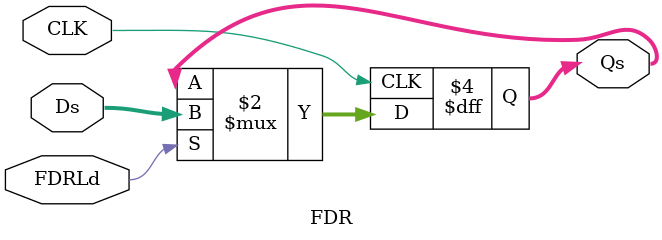
<source format=v>
module IR (IRLd, CLK, Ds, Qs ); 
input IRLd; 
input CLK;
input [31:0] Ds; 
output reg [31:0]Qs;
always@(posedge CLK)
	begin
		if(IRLd)
			Qs <= Ds;
	end
endmodule

module MAR (MARLd, CLK, Ds, Qs);
input MARLd;
input CLK; 
input[31:0] Ds;
output reg [31:0] Qs; 
always@(posedge CLK)
	begin
		if(MARLd) begin
		  Qs = Ds;
		end
	end

endmodule

module MDR (MDRLd, CLK, Ds, Qs); 
input MDRLd; 
input CLK;
input [31:0] Ds;
output reg [31:0] Qs;
always@(posedge CLK) 
	begin
	  if(MDRLd)
			Qs<=Ds;
	end
endmodule

module FDR (FDRLd, CLK, Ds, Qs); 
input FDRLd; 
input CLK;
input  [3:0] Ds; 
output reg [3:0] Qs; 
always@(posedge CLK)
	begin 
		if(FDRLd)
			Qs <= Ds;
	end
endmodule

</source>
